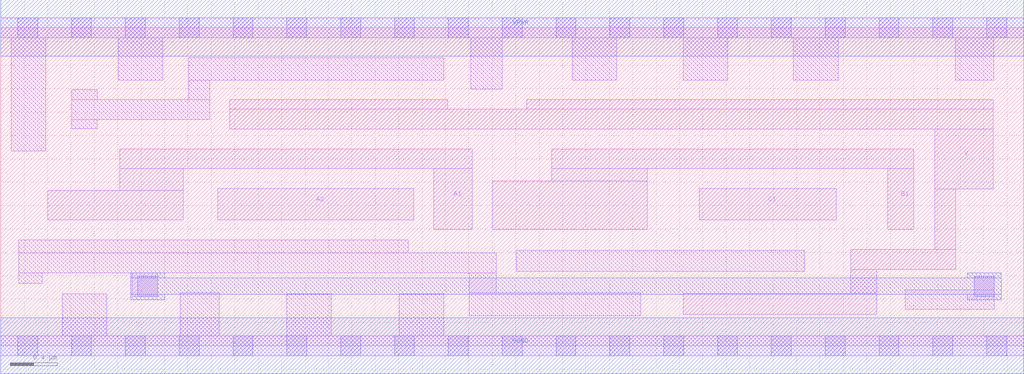
<source format=lef>
# Copyright 2020 The SkyWater PDK Authors
#
# Licensed under the Apache License, Version 2.0 (the "License");
# you may not use this file except in compliance with the License.
# You may obtain a copy of the License at
#
#     https://www.apache.org/licenses/LICENSE-2.0
#
# Unless required by applicable law or agreed to in writing, software
# distributed under the License is distributed on an "AS IS" BASIS,
# WITHOUT WARRANTIES OR CONDITIONS OF ANY KIND, either express or implied.
# See the License for the specific language governing permissions and
# limitations under the License.
#
# SPDX-License-Identifier: Apache-2.0

VERSION 5.7 ;
BUSBITCHARS "[]" ;
DIVIDERCHAR "/" ;
PROPERTYDEFINITIONS
  MACRO maskLayoutSubType STRING ;
  MACRO prCellType STRING ;
  MACRO originalViewName STRING ;
END PROPERTYDEFINITIONS
MACRO sky130_fd_sc_hdll__o211ai_4
  ORIGIN  0.000000  0.000000 ;
  CLASS CORE ;
  SYMMETRY X Y R90 ;
  SIZE  8.740000 BY  2.720000 ;
  SITE unithd ;
  PIN A1
    ANTENNAGATEAREA  1.110000 ;
    DIRECTION INPUT ;
    USE SIGNAL ;
    PORT
      LAYER li1 ;
        RECT 0.400000 1.075000 1.560000 1.330000 ;
        RECT 1.015000 1.330000 1.560000 1.515000 ;
        RECT 1.015000 1.515000 4.030000 1.685000 ;
        RECT 3.700000 0.995000 4.030000 1.515000 ;
    END
  END A1
  PIN A2
    ANTENNAGATEAREA  1.110000 ;
    DIRECTION INPUT ;
    USE SIGNAL ;
    PORT
      LAYER li1 ;
        RECT 1.855000 1.075000 3.530000 1.345000 ;
    END
  END A2
  PIN B1
    ANTENNAGATEAREA  1.110000 ;
    DIRECTION INPUT ;
    USE SIGNAL ;
    PORT
      LAYER li1 ;
        RECT 4.200000 0.995000 5.525000 1.410000 ;
        RECT 4.710000 1.410000 5.525000 1.515000 ;
        RECT 4.710000 1.515000 7.800000 1.685000 ;
        RECT 7.580000 0.995000 7.800000 1.515000 ;
    END
  END B1
  PIN C1
    ANTENNAGATEAREA  1.110000 ;
    DIRECTION INPUT ;
    USE SIGNAL ;
    PORT
      LAYER li1 ;
        RECT 5.970000 1.075000 7.140000 1.345000 ;
    END
  END C1
  PIN Y
    ANTENNADIFFAREA  2.218500 ;
    DIRECTION OUTPUT ;
    USE SIGNAL ;
    PORT
      LAYER li1 ;
        RECT 1.955000 1.855000 8.480000 2.025000 ;
        RECT 1.955000 2.025000 3.820000 2.105000 ;
        RECT 4.495000 2.025000 8.480000 2.105000 ;
        RECT 5.830000 0.270000 7.485000 0.450000 ;
        RECT 7.265000 0.450000 7.485000 0.655000 ;
        RECT 7.265000 0.655000 8.160000 0.825000 ;
        RECT 7.980000 0.825000 8.160000 1.340000 ;
        RECT 7.980000 1.340000 8.480000 1.855000 ;
    END
  END Y
  PIN VGND
    DIRECTION INOUT ;
    USE GROUND ;
    PORT
      LAYER met1 ;
        RECT 0.000000 -0.240000 8.740000 0.240000 ;
    END
  END VGND
  PIN VPWR
    DIRECTION INOUT ;
    USE POWER ;
    PORT
      LAYER met1 ;
        RECT 0.000000 2.480000 8.740000 2.960000 ;
    END
  END VPWR
  OBS
    LAYER li1 ;
      RECT 0.000000 -0.085000 8.740000 0.085000 ;
      RECT 0.000000  2.635000 8.740000 2.805000 ;
      RECT 0.090000  1.665000 0.385000 2.635000 ;
      RECT 0.155000  0.535000 0.355000 0.625000 ;
      RECT 0.155000  0.625000 4.235000 0.795000 ;
      RECT 0.155000  0.795000 3.480000 0.905000 ;
      RECT 0.525000  0.085000 0.905000 0.445000 ;
      RECT 0.605000  1.860000 0.825000 1.935000 ;
      RECT 0.605000  1.935000 1.785000 2.105000 ;
      RECT 0.605000  2.105000 0.825000 2.190000 ;
      RECT 1.005000  2.275000 1.385000 2.635000 ;
      RECT 1.125000  0.425000 1.340000 0.625000 ;
      RECT 1.535000  0.085000 1.865000 0.455000 ;
      RECT 1.605000  2.105000 1.785000 2.275000 ;
      RECT 1.605000  2.275000 3.785000 2.465000 ;
      RECT 2.445000  0.085000 2.825000 0.445000 ;
      RECT 3.405000  0.085000 3.785000 0.445000 ;
      RECT 4.005000  0.255000 5.470000 0.455000 ;
      RECT 4.005000  0.455000 4.235000 0.625000 ;
      RECT 4.015000  2.195000 4.285000 2.635000 ;
      RECT 4.405000  0.635000 6.870000 0.815000 ;
      RECT 4.885000  2.275000 5.265000 2.635000 ;
      RECT 5.830000  2.275000 6.210000 2.635000 ;
      RECT 6.770000  2.275000 7.155000 2.635000 ;
      RECT 7.730000  0.310000 8.490000 0.480000 ;
      RECT 8.155000  2.275000 8.485000 2.635000 ;
      RECT 8.320000  0.480000 8.490000 0.595000 ;
    LAYER mcon ;
      RECT 0.145000 -0.085000 0.315000 0.085000 ;
      RECT 0.145000  2.635000 0.315000 2.805000 ;
      RECT 0.605000 -0.085000 0.775000 0.085000 ;
      RECT 0.605000  2.635000 0.775000 2.805000 ;
      RECT 1.065000 -0.085000 1.235000 0.085000 ;
      RECT 1.065000  2.635000 1.235000 2.805000 ;
      RECT 1.170000  0.425000 1.340000 0.595000 ;
      RECT 1.525000 -0.085000 1.695000 0.085000 ;
      RECT 1.525000  2.635000 1.695000 2.805000 ;
      RECT 1.985000 -0.085000 2.155000 0.085000 ;
      RECT 1.985000  2.635000 2.155000 2.805000 ;
      RECT 2.445000 -0.085000 2.615000 0.085000 ;
      RECT 2.445000  2.635000 2.615000 2.805000 ;
      RECT 2.905000 -0.085000 3.075000 0.085000 ;
      RECT 2.905000  2.635000 3.075000 2.805000 ;
      RECT 3.365000 -0.085000 3.535000 0.085000 ;
      RECT 3.365000  2.635000 3.535000 2.805000 ;
      RECT 3.825000 -0.085000 3.995000 0.085000 ;
      RECT 3.825000  2.635000 3.995000 2.805000 ;
      RECT 4.285000 -0.085000 4.455000 0.085000 ;
      RECT 4.285000  2.635000 4.455000 2.805000 ;
      RECT 4.745000 -0.085000 4.915000 0.085000 ;
      RECT 4.745000  2.635000 4.915000 2.805000 ;
      RECT 5.205000 -0.085000 5.375000 0.085000 ;
      RECT 5.205000  2.635000 5.375000 2.805000 ;
      RECT 5.665000 -0.085000 5.835000 0.085000 ;
      RECT 5.665000  2.635000 5.835000 2.805000 ;
      RECT 6.125000 -0.085000 6.295000 0.085000 ;
      RECT 6.125000  2.635000 6.295000 2.805000 ;
      RECT 6.585000 -0.085000 6.755000 0.085000 ;
      RECT 6.585000  2.635000 6.755000 2.805000 ;
      RECT 7.045000 -0.085000 7.215000 0.085000 ;
      RECT 7.045000  2.635000 7.215000 2.805000 ;
      RECT 7.505000 -0.085000 7.675000 0.085000 ;
      RECT 7.505000  2.635000 7.675000 2.805000 ;
      RECT 7.965000 -0.085000 8.135000 0.085000 ;
      RECT 7.965000  2.635000 8.135000 2.805000 ;
      RECT 8.320000  0.425000 8.490000 0.595000 ;
      RECT 8.425000 -0.085000 8.595000 0.085000 ;
      RECT 8.425000  2.635000 8.595000 2.805000 ;
    LAYER met1 ;
      RECT 1.110000 0.395000 1.400000 0.440000 ;
      RECT 1.110000 0.440000 8.550000 0.580000 ;
      RECT 1.110000 0.580000 1.400000 0.625000 ;
      RECT 8.260000 0.395000 8.550000 0.440000 ;
      RECT 8.260000 0.580000 8.550000 0.625000 ;
  END
  PROPERTY maskLayoutSubType "abstract" ;
  PROPERTY prCellType "standard" ;
  PROPERTY originalViewName "layout" ;
END sky130_fd_sc_hdll__o211ai_4

</source>
